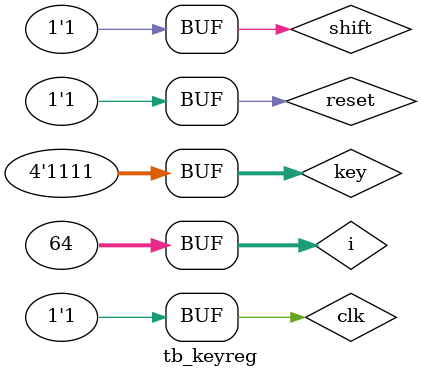
<source format=v>
module tb_keyreg;
reg clk;
reg reset;
reg [3:0]key;
reg shift;
wire [3:0]key_buffer_ms_hr,key_buffer_ls_hr,key_buffer_ms_min,key_buffer_ls_min;

integer i;

keyreg u1(clk,reset,key,shift,key_buffer_ms_hr,key_buffer_ls_hr,key_buffer_ms_min,key_buffer_ls_min);

always 
begin
#5 clk=0;
#5 clk =1;
end

initial
begin
{reset,shift,key} = 6'b000000;
for(i=0;i<64;i=i+1)
begin
	#10 {reset,shift,key} = i;
end
/*
#3 key = 4'bd1;shift = 1'b1;
#10 key = 4'bd2;
#10 key = 4'bd4;
#10 key = 4'bd3;
#10 shift = 0; key = 4'bd9;
#10 key = 4'bd4;shift = 1'b1;reset=4'bd0*/

end

initial 
begin
$monitor($time,"%d %d : %d %d",key_buffer_ms_hr,key_buffer_ls_hr,key_buffer_ms_min,key_buffer_ls_min);
end

endmodule
</source>
